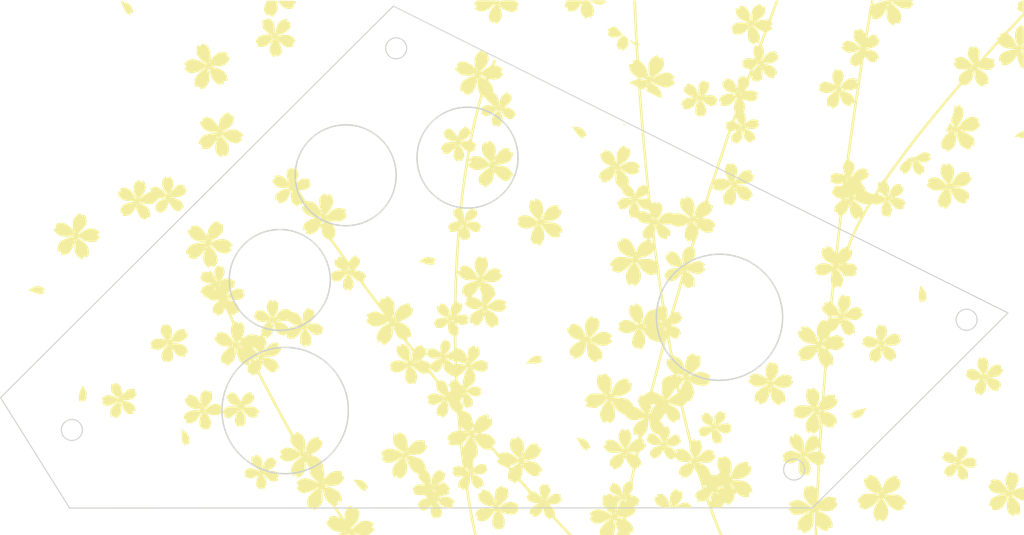
<source format=kicad_pcb>
(kicad_pcb (version 20221018) (generator pcbnew)
  (layers (0 "F.Cu" signal) (31 "B.Cu" signal) (34 "B.Paste" user) (35 "F.Paste" user) (36 "B.SilkS" user "B.Silkscreen") (37 "F.SilkS" user "F.Silkscreen") (38 "B.Mask" user) (39 "F.Mask" user) (44 "Edge.Cuts" user))
  (net 0 "")
  (footprint "LOGO" (layer "F.Cu") (at 162.56 93.98)
    (fp_text reference "G***" hide)
    (fp_text value "LOGO" hide)
  )
  (gr_circle (center 270.953976 106.425857) (end 272.278254 108.545143) (stroke (width 0.25)) (fill none) (layer "Edge.Cuts"))
  (gr_line (start 280.774414 104.802657) (end 134.772021 31.850569) (stroke (width 0.25)) (layer "Edge.Cuts"))
  (gr_circle (center 107.800127 96.961319) (end 114.155823 107.132563) (stroke (width 0.35)) (fill none) (layer "Edge.Cuts"))
  (gr_circle (center 58.407521 132.629166) (end 59.7318 134.748455) (stroke (width 0.25)) (fill none) (layer "Edge.Cuts"))
  (gr_line (start 41.461266 124.938766) (end 57.874666 151.205693) (stroke (width 0.25)) (layer "Edge.Cuts"))
  (gr_circle (center 123.451548 72.082624) (end 129.807242 82.253866) (stroke (width 0.35)) (fill none) (layer "Edge.Cuts"))
  (gr_circle (center 212.258173 105.834731) (end 220.203417 118.549782) (stroke (width 0.35)) (fill none) (layer "Edge.Cuts"))
  (gr_circle (center 135.444759 41.878713) (end 136.769038 43.998003) (stroke (width 0.25)) (fill none) (layer "Edge.Cuts"))
  (gr_line (start 134.772021 31.850569) (end 41.461266 124.938766) (stroke (width 0.25)) (layer "Edge.Cuts"))
  (gr_circle (center 229.979917 142.043745) (end 231.304195 144.163032) (stroke (width 0.25)) (fill none) (layer "Edge.Cuts"))
  (gr_line (start 234.329236 151.137063) (end 280.774414 104.802657) (stroke (width 0.25)) (layer "Edge.Cuts"))
  (gr_line (start 57.874666 151.205693) (end 234.329236 151.137063) (stroke (width 0.25)) (layer "Edge.Cuts"))
  (gr_circle (center 109.079937 128.009703) (end 117.036685 140.743163) (stroke (width 0.35)) (fill none) (layer "Edge.Cuts"))
  (gr_circle (center 152.4 67.87371) (end 158.7557 78.044952) (stroke (width 0.35)) (fill none) (layer "Edge.Cuts"))
)
</source>
